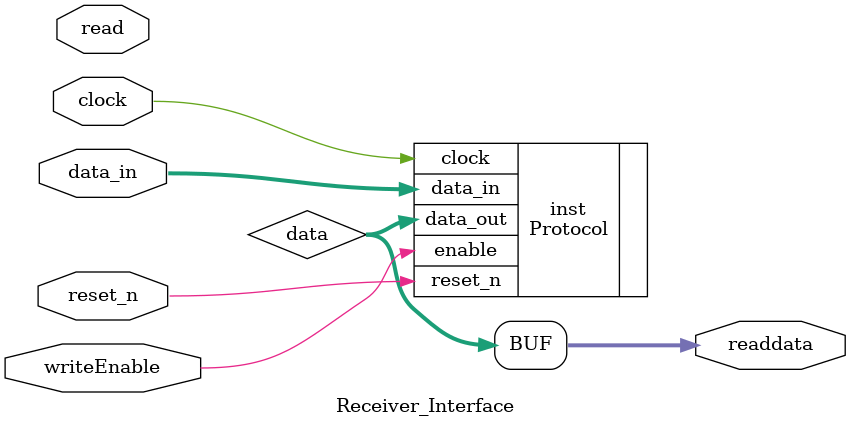
<source format=v>
module Receiver_Interface (clock, reset_n, read, readdata, writeEnable, data_in);

input clock, reset_n, read, writeEnable;
input [31:0] data_in;
output [31:0] readdata;

wire [31:0] data;

Protocol inst (.clock(clock), .reset_n(reset_n), .enable(writeEnable), .data_in(data_in), .data_out(data));

assign readdata = data;

endmodule

</source>
